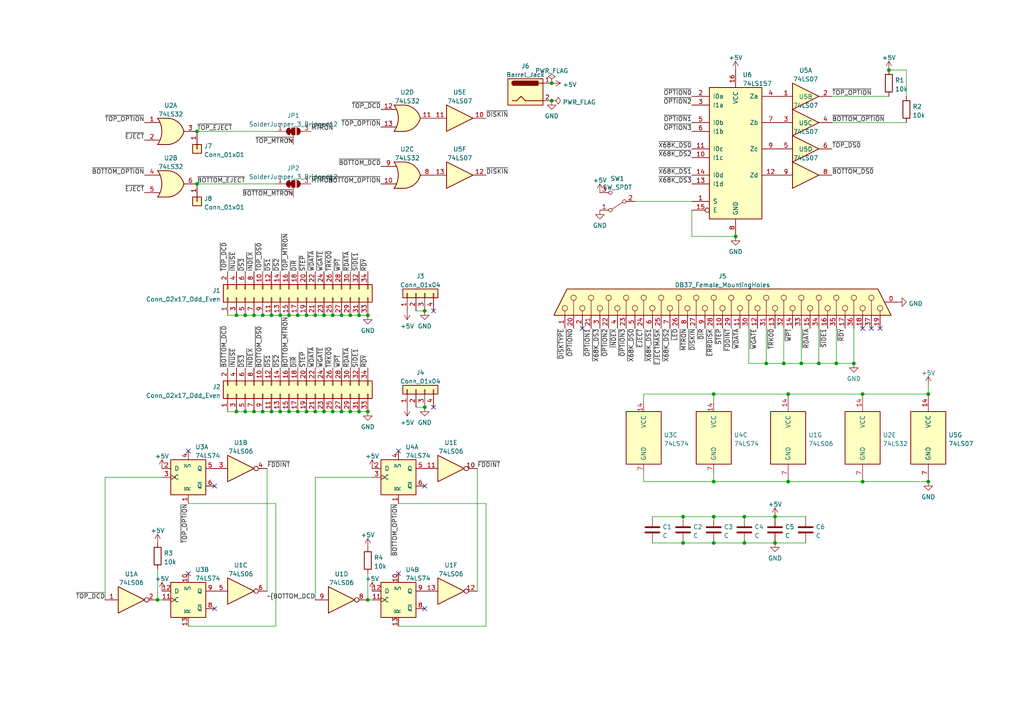
<source format=kicad_sch>
(kicad_sch (version 20211123) (generator eeschema)
  (paper "A4")
  (lib_symbols
    (symbol "74xx:74LS06" (pin_names (offset 1.016))
      (property "Reference" "U" (at 0 1.27 0))
      (property "Value" "74LS06" (at 0 -1.27 0))
      (symbol "74LS06_1_0"
        (pin input line (at -7.62 0 0) (length 3.81) (name "~") (number "1"))
        (pin open_collector inverted (at 7.62 0 180) (length 3.81) (name "~") (number "2"))
      )
      (symbol "74LS06_2_0"
        (pin input line (at -7.62 0 0) (length 3.81) (name "~") (number "3"))
        (pin open_collector inverted (at 7.62 0 180) (length 3.81) (name "~") (number "4"))
      )
      (symbol "74LS06_3_0"
        (pin input line (at -7.62 0 0) (length 3.81) (name "~") (number "5"))
        (pin open_collector inverted (at 7.62 0 180) (length 3.81) (name "~") (number "6"))
      )
      (symbol "74LS06_4_0"
        (pin open_collector inverted (at 7.62 0 180) (length 3.81) (name "~") (number "8"))
        (pin input line (at -7.62 0 0) (length 3.81) (name "~") (number "9"))
      )
      (symbol "74LS06_5_0"
        (pin open_collector inverted (at 7.62 0 180) (length 3.81) (name "~") (number "10"))
        (pin input line (at -7.62 0 0) (length 3.81) (name "~") (number "11"))
      )
      (symbol "74LS06_6_0"
        (pin open_collector inverted (at 7.62 0 180) (length 3.81) (name "~") (number "12"))
        (pin input line (at -7.62 0 0) (length 3.81) (name "~") (number "13"))
      )
      (symbol "74LS06_7_0"
        (pin power_in line (at 0 12.7 270) (length 5.08) (name "VCC") (number "14"))
        (pin power_in line (at 0 -12.7 90) (length 5.08) (name "GND") (number "7"))
      )
    )
    (symbol "74xx:74LS07" (pin_names (offset 1.016))
      (property "Reference" "U" (at 0 1.27 0))
      (property "Value" "74LS07" (at 0 -1.27 0))
      (symbol "74LS07_1_0"
        (pin input line (at -7.62 0 0) (length 3.81) (name "~") (number "1"))
        (pin open_collector line (at 7.62 0 180) (length 3.81) (name "~") (number "2"))
      )
      (symbol "74LS07_2_0"
        (pin input line (at -7.62 0 0) (length 3.81) (name "~") (number "3"))
        (pin open_collector line (at 7.62 0 180) (length 3.81) (name "~") (number "4"))
      )
      (symbol "74LS07_3_0"
        (pin input line (at -7.62 0 0) (length 3.81) (name "~") (number "5"))
        (pin open_collector line (at 7.62 0 180) (length 3.81) (name "~") (number "6"))
      )
      (symbol "74LS07_4_0"
        (pin open_collector line (at 7.62 0 180) (length 3.81) (name "~") (number "8"))
        (pin input line (at -7.62 0 0) (length 3.81) (name "~") (number "9"))
      )
      (symbol "74LS07_5_0"
        (pin open_collector line (at 7.62 0 180) (length 3.81) (name "~") (number "10"))
        (pin input line (at -7.62 0 0) (length 3.81) (name "~") (number "11"))
      )
      (symbol "74LS07_6_0"
        (pin open_collector line (at 7.62 0 180) (length 3.81) (name "~") (number "12"))
        (pin input line (at -7.62 0 0) (length 3.81) (name "~") (number "13"))
      )
      (symbol "74LS07_7_0"
        (pin power_in line (at 0 12.7 270) (length 5.08) (name "VCC") (number "14"))
        (pin power_in line (at 0 -12.7 90) (length 5.08) (name "GND") (number "7"))
      )
    )
    (symbol "74xx:74LS157" (pin_names (offset 1.016))
      (property "Reference" "U" (at -7.62 19.05 0))
      (property "Value" "74LS157" (at -7.62 -21.59 0))
      (symbol "74LS157_1_0"
        (pin input line (at -12.7 -15.24 0) (length 5.08) (name "S") (number "1"))
        (pin input line (at -12.7 -2.54 0) (length 5.08) (name "I1c") (number "10"))
        (pin input line (at -12.7 0 0) (length 5.08) (name "I0c") (number "11"))
        (pin output line (at 12.7 -7.62 180) (length 5.08) (name "Zd") (number "12"))
        (pin input line (at -12.7 -10.16 0) (length 5.08) (name "I1d") (number "13"))
        (pin input line (at -12.7 -7.62 0) (length 5.08) (name "I0d") (number "14"))
        (pin input inverted (at -12.7 -17.78 0) (length 5.08) (name "E") (number "15"))
        (pin power_in line (at 0 22.86 270) (length 5.08) (name "VCC") (number "16"))
        (pin input line (at -12.7 15.24 0) (length 5.08) (name "I0a") (number "2"))
        (pin input line (at -12.7 12.7 0) (length 5.08) (name "I1a") (number "3"))
        (pin output line (at 12.7 15.24 180) (length 5.08) (name "Za") (number "4"))
        (pin input line (at -12.7 7.62 0) (length 5.08) (name "I0b") (number "5"))
        (pin input line (at -12.7 5.08 0) (length 5.08) (name "I1b") (number "6"))
        (pin output line (at 12.7 7.62 180) (length 5.08) (name "Zb") (number "7"))
        (pin power_in line (at 0 -25.4 90) (length 5.08) (name "GND") (number "8"))
        (pin output line (at 12.7 0 180) (length 5.08) (name "Zc") (number "9"))
      )
    )
    (symbol "74xx:74LS32" (pin_names (offset 1.016))
      (property "Reference" "U" (at 0 1.27 0))
      (property "Value" "74LS32" (at 0 -1.27 0))
      (symbol "74LS32_1_1"
        (pin input line (at -7.62 2.54 0) (length 4.318) (name "~") (number "1"))
        (pin input line (at -7.62 -2.54 0) (length 4.318) (name "~") (number "2"))
        (pin output line (at 7.62 0 180) (length 3.81) (name "~") (number "3"))
      )
      (symbol "74LS32_1_2"
        (pin input inverted (at -7.62 2.54 0) (length 3.81) (name "~") (number "1"))
        (pin input inverted (at -7.62 -2.54 0) (length 3.81) (name "~") (number "2"))
        (pin output inverted (at 7.62 0 180) (length 3.81) (name "~") (number "3"))
      )
      (symbol "74LS32_2_1"
        (pin input line (at -7.62 2.54 0) (length 4.318) (name "~") (number "4"))
        (pin input line (at -7.62 -2.54 0) (length 4.318) (name "~") (number "5"))
        (pin output line (at 7.62 0 180) (length 3.81) (name "~") (number "6"))
      )
      (symbol "74LS32_2_2"
        (pin input inverted (at -7.62 2.54 0) (length 3.81) (name "~") (number "4"))
        (pin input inverted (at -7.62 -2.54 0) (length 3.81) (name "~") (number "5"))
        (pin output inverted (at 7.62 0 180) (length 3.81) (name "~") (number "6"))
      )
      (symbol "74LS32_3_1"
        (pin input line (at -7.62 -2.54 0) (length 4.318) (name "~") (number "10"))
        (pin output line (at 7.62 0 180) (length 3.81) (name "~") (number "8"))
        (pin input line (at -7.62 2.54 0) (length 4.318) (name "~") (number "9"))
      )
      (symbol "74LS32_3_2"
        (pin input inverted (at -7.62 -2.54 0) (length 3.81) (name "~") (number "10"))
        (pin output inverted (at 7.62 0 180) (length 3.81) (name "~") (number "8"))
        (pin input inverted (at -7.62 2.54 0) (length 3.81) (name "~") (number "9"))
      )
      (symbol "74LS32_4_1"
        (pin output line (at 7.62 0 180) (length 3.81) (name "~") (number "11"))
        (pin input line (at -7.62 2.54 0) (length 4.318) (name "~") (number "12"))
        (pin input line (at -7.62 -2.54 0) (length 4.318) (name "~") (number "13"))
      )
      (symbol "74LS32_4_2"
        (pin output inverted (at 7.62 0 180) (length 3.81) (name "~") (number "11"))
        (pin input inverted (at -7.62 2.54 0) (length 3.81) (name "~") (number "12"))
        (pin input inverted (at -7.62 -2.54 0) (length 3.81) (name "~") (number "13"))
      )
      (symbol "74LS32_5_0"
        (pin power_in line (at 0 12.7 270) (length 5.08) (name "VCC") (number "14"))
        (pin power_in line (at 0 -12.7 90) (length 5.08) (name "GND") (number "7"))
      )
    )
    (symbol "74xx:74LS74" (pin_names (offset 1.016))
      (property "Reference" "U" (at -7.62 8.89 0))
      (property "Value" "74LS74" (at -7.62 -8.89 0))
      (symbol "74LS74_1_0"
        (pin input line (at 0 -7.62 90) (length 2.54) (name "~{R}") (number "1"))
        (pin input line (at -7.62 2.54 0) (length 2.54) (name "D") (number "2"))
        (pin input clock (at -7.62 0 0) (length 2.54) (name "C") (number "3"))
        (pin input line (at 0 7.62 270) (length 2.54) (name "~{S}") (number "4"))
        (pin output line (at 7.62 2.54 180) (length 2.54) (name "Q") (number "5"))
        (pin output line (at 7.62 -2.54 180) (length 2.54) (name "~{Q}") (number "6"))
      )
      (symbol "74LS74_2_0"
        (pin input line (at 0 7.62 270) (length 2.54) (name "~{S}") (number "10"))
        (pin input clock (at -7.62 0 0) (length 2.54) (name "C") (number "11"))
        (pin input line (at -7.62 2.54 0) (length 2.54) (name "D") (number "12"))
        (pin input line (at 0 -7.62 90) (length 2.54) (name "~{R}") (number "13"))
        (pin output line (at 7.62 -2.54 180) (length 2.54) (name "~{Q}") (number "8"))
        (pin output line (at 7.62 2.54 180) (length 2.54) (name "Q") (number "9"))
      )
      (symbol "74LS74_3_0"
        (pin power_in line (at 0 10.16 270) (length 2.54) (name "VCC") (number "14"))
        (pin power_in line (at 0 -10.16 90) (length 2.54) (name "GND") (number "7"))
      )
    )
    (symbol "Connector:Barrel_Jack" (pin_names (offset 1.016))
      (property "Reference" "J" (at 0 5.334 0))
      (property "Value" "Barrel_Jack" (at 0 -5.08 0))
      (symbol "Barrel_Jack_1_1"
        (pin passive line (at 7.62 2.54 180) (length 2.54) (name "~") (number "1"))
        (pin passive line (at 7.62 -2.54 180) (length 2.54) (name "~") (number "2"))
      )
    )
    (symbol "Connector:DB37_Female_MountingHoles" (pin_names (offset 1.016) hide)
      (property "Reference" "J" (at 0 52.07 0))
      (property "Value" "DB37_Female_MountingHoles" (at 0 50.165 0))
      (symbol "DB37_Female_MountingHoles_1_1"
        (pin passive line (at 0 -50.8 90) (length 3.81) (name "PAD") (number "0"))
        (pin passive line (at -7.62 45.72 0) (length 3.81) (name "1") (number "1"))
        (pin passive line (at -7.62 0 0) (length 3.81) (name "10") (number "10"))
        (pin passive line (at -7.62 -5.08 0) (length 3.81) (name "11") (number "11"))
        (pin passive line (at -7.62 -10.16 0) (length 3.81) (name "12") (number "12"))
        (pin passive line (at -7.62 -15.24 0) (length 3.81) (name "13") (number "13"))
        (pin passive line (at -7.62 -20.32 0) (length 3.81) (name "14") (number "14"))
        (pin passive line (at -7.62 -25.4 0) (length 3.81) (name "15") (number "15"))
        (pin passive line (at -7.62 -30.48 0) (length 3.81) (name "16") (number "16"))
        (pin passive line (at -7.62 -35.56 0) (length 3.81) (name "17") (number "17"))
        (pin passive line (at -7.62 -40.64 0) (length 3.81) (name "18") (number "18"))
        (pin passive line (at -7.62 -45.72 0) (length 3.81) (name "19") (number "19"))
        (pin passive line (at -7.62 40.64 0) (length 3.81) (name "2") (number "2"))
        (pin passive line (at -7.62 43.18 0) (length 3.81) (name "20") (number "20"))
        (pin passive line (at -7.62 38.1 0) (length 3.81) (name "21") (number "21"))
        (pin passive line (at -7.62 33.02 0) (length 3.81) (name "22") (number "22"))
        (pin passive line (at -7.62 27.94 0) (length 3.81) (name "23") (number "23"))
        (pin passive line (at -7.62 22.86 0) (length 3.81) (name "24") (number "24"))
        (pin passive line (at -7.62 17.78 0) (length 3.81) (name "25") (number "25"))
        (pin passive line (at -7.62 12.7 0) (length 3.81) (name "26") (number "26"))
        (pin passive line (at -7.62 7.62 0) (length 3.81) (name "27") (number "27"))
        (pin passive line (at -7.62 2.54 0) (length 3.81) (name "28") (number "28"))
        (pin passive line (at -7.62 -2.54 0) (length 3.81) (name "29") (number "29"))
        (pin passive line (at -7.62 35.56 0) (length 3.81) (name "3") (number "3"))
        (pin passive line (at -7.62 -7.62 0) (length 3.81) (name "30") (number "30"))
        (pin passive line (at -7.62 -12.7 0) (length 3.81) (name "31") (number "31"))
        (pin passive line (at -7.62 -17.78 0) (length 3.81) (name "32") (number "32"))
        (pin passive line (at -7.62 -22.86 0) (length 3.81) (name "33") (number "33"))
        (pin passive line (at -7.62 -27.94 0) (length 3.81) (name "34") (number "34"))
        (pin passive line (at -7.62 -33.02 0) (length 3.81) (name "35") (number "35"))
        (pin passive line (at -7.62 -38.1 0) (length 3.81) (name "36") (number "36"))
        (pin passive line (at -7.62 -43.18 0) (length 3.81) (name "37") (number "37"))
        (pin passive line (at -7.62 30.48 0) (length 3.81) (name "4") (number "4"))
        (pin passive line (at -7.62 25.4 0) (length 3.81) (name "5") (number "5"))
        (pin passive line (at -7.62 20.32 0) (length 3.81) (name "6") (number "6"))
        (pin passive line (at -7.62 15.24 0) (length 3.81) (name "7") (number "7"))
        (pin passive line (at -7.62 10.16 0) (length 3.81) (name "8") (number "8"))
        (pin passive line (at -7.62 5.08 0) (length 3.81) (name "9") (number "9"))
      )
    )
    (symbol "Connector_Generic:Conn_01x01" (pin_names (offset 1.016) hide)
      (property "Reference" "J" (at 0 2.54 0))
      (property "Value" "Conn_01x01" (at 0 -2.54 0))
      (symbol "Conn_01x01_1_1"
        (pin passive line (at -5.08 0 0) (length 3.81) (name "Pin_1") (number "1"))
      )
    )
    (symbol "Connector_Generic:Conn_01x04" (pin_names (offset 1.016) hide)
      (property "Reference" "J" (at 0 5.08 0))
      (property "Value" "Conn_01x04" (at 0 -7.62 0))
      (symbol "Conn_01x04_1_1"
        (pin passive line (at -5.08 2.54 0) (length 3.81) (name "Pin_1") (number "1"))
        (pin passive line (at -5.08 0 0) (length 3.81) (name "Pin_2") (number "2"))
        (pin passive line (at -5.08 -2.54 0) (length 3.81) (name "Pin_3") (number "3"))
        (pin passive line (at -5.08 -5.08 0) (length 3.81) (name "Pin_4") (number "4"))
      )
    )
    (symbol "Connector_Generic:Conn_02x17_Odd_Even" (pin_names (offset 1.016) hide)
      (property "Reference" "J" (at 1.27 22.86 0))
      (property "Value" "Conn_02x17_Odd_Even" (at 1.27 -22.86 0))
      (symbol "Conn_02x17_Odd_Even_1_1"
        (pin passive line (at -5.08 20.32 0) (length 3.81) (name "Pin_1") (number "1"))
        (pin passive line (at 7.62 10.16 180) (length 3.81) (name "Pin_10") (number "10"))
        (pin passive line (at -5.08 7.62 0) (length 3.81) (name "Pin_11") (number "11"))
        (pin passive line (at 7.62 7.62 180) (length 3.81) (name "Pin_12") (number "12"))
        (pin passive line (at -5.08 5.08 0) (length 3.81) (name "Pin_13") (number "13"))
        (pin passive line (at 7.62 5.08 180) (length 3.81) (name "Pin_14") (number "14"))
        (pin passive line (at -5.08 2.54 0) (length 3.81) (name "Pin_15") (number "15"))
        (pin passive line (at 7.62 2.54 180) (length 3.81) (name "Pin_16") (number "16"))
        (pin passive line (at -5.08 0 0) (length 3.81) (name "Pin_17") (number "17"))
        (pin passive line (at 7.62 0 180) (length 3.81) (name "Pin_18") (number "18"))
        (pin passive line (at -5.08 -2.54 0) (length 3.81) (name "Pin_19") (number "19"))
        (pin passive line (at 7.62 20.32 180) (length 3.81) (name "Pin_2") (number "2"))
        (pin passive line (at 7.62 -2.54 180) (length 3.81) (name "Pin_20") (number "20"))
        (pin passive line (at -5.08 -5.08 0) (length 3.81) (name "Pin_21") (number "21"))
        (pin passive line (at 7.62 -5.08 180) (length 3.81) (name "Pin_22") (number "22"))
        (pin passive line (at -5.08 -7.62 0) (length 3.81) (name "Pin_23") (number "23"))
        (pin passive line (at 7.62 -7.62 180) (length 3.81) (name "Pin_24") (number "24"))
        (pin passive line (at -5.08 -10.16 0) (length 3.81) (name "Pin_25") (number "25"))
        (pin passive line (at 7.62 -10.16 180) (length 3.81) (name "Pin_26") (number "26"))
        (pin passive line (at -5.08 -12.7 0) (length 3.81) (name "Pin_27") (number "27"))
        (pin passive line (at 7.62 -12.7 180) (length 3.81) (name "Pin_28") (number "28"))
        (pin passive line (at -5.08 -15.24 0) (length 3.81) (name "Pin_29") (number "29"))
        (pin passive line (at -5.08 17.78 0) (length 3.81) (name "Pin_3") (number "3"))
        (pin passive line (at 7.62 -15.24 180) (length 3.81) (name "Pin_30") (number "30"))
        (pin passive line (at -5.08 -17.78 0) (length 3.81) (name "Pin_31") (number "31"))
        (pin passive line (at 7.62 -17.78 180) (length 3.81) (name "Pin_32") (number "32"))
        (pin passive line (at -5.08 -20.32 0) (length 3.81) (name "Pin_33") (number "33"))
        (pin passive line (at 7.62 -20.32 180) (length 3.81) (name "Pin_34") (number "34"))
        (pin passive line (at 7.62 17.78 180) (length 3.81) (name "Pin_4") (number "4"))
        (pin passive line (at -5.08 15.24 0) (length 3.81) (name "Pin_5") (number "5"))
        (pin passive line (at 7.62 15.24 180) (length 3.81) (name "Pin_6") (number "6"))
        (pin passive line (at -5.08 12.7 0) (length 3.81) (name "Pin_7") (number "7"))
        (pin passive line (at 7.62 12.7 180) (length 3.81) (name "Pin_8") (number "8"))
        (pin passive line (at -5.08 10.16 0) (length 3.81) (name "Pin_9") (number "9"))
      )
    )
    (symbol "Device:C" (pin_numbers hide) (pin_names (offset 0.254))
      (property "Reference" "C" (at 0.635 2.54 0))
      (property "Value" "C" (at 0.635 -2.54 0))
      (symbol "C_1_1"
        (pin passive line (at 0 3.81 270) (length 2.794) (name "~") (number "1"))
        (pin passive line (at 0 -3.81 90) (length 2.794) (name "~") (number "2"))
      )
    )
    (symbol "Device:R" (pin_numbers hide) (pin_names (offset 0))
      (property "Reference" "R" (at 2.032 0 90))
      (property "Value" "R" (at 0 0 90))
      (symbol "R_1_1"
        (pin passive line (at 0 3.81 270) (length 1.27) (name "~") (number "1"))
        (pin passive line (at 0 -3.81 90) (length 1.27) (name "~") (number "2"))
      )
    )
    (symbol "Jumper:SolderJumper_3_Bridged12" (pin_names (offset 0) hide)
      (property "Reference" "JP" (at -2.54 -2.54 0))
      (property "Value" "SolderJumper_3_Bridged12" (at 0 2.794 0))
      (symbol "SolderJumper_3_Bridged12_1_1"
        (pin passive line (at -5.08 0 0) (length 2.54) (name "A") (number "1"))
        (pin passive line (at 0 -3.81 90) (length 2.54) (name "C") (number "2"))
        (pin passive line (at 5.08 0 180) (length 2.54) (name "B") (number "3"))
      )
    )
    (symbol "Switch:SW_SPDT" (pin_names (offset 0) hide)
      (property "Reference" "SW" (at 0 4.318 0))
      (property "Value" "SW_SPDT" (at 0 -5.08 0))
      (symbol "SW_SPDT_1_1"
        (pin passive line (at 5.08 2.54 180) (length 2.54) (name "A") (number "1"))
        (pin passive line (at -5.08 0 0) (length 2.54) (name "B") (number "2"))
        (pin passive line (at 5.08 -2.54 180) (length 2.54) (name "C") (number "3"))
      )
    )
    (symbol "power:+5V" (power) (pin_names (offset 0))
      (property "Value" "+5V" (at 0 3.556 0))
      (symbol "+5V_1_1"
        (pin power_in line (at 0 0 90) (length 0) hide (name "+5V") (number "1"))
      )
    )
    (symbol "power:GND" (power) (pin_names (offset 0))
      (property "Value" "GND" (at 0 -3.81 0))
      (symbol "GND_1_1"
        (pin power_in line (at 0 0 270) (length 0) hide (name "GND") (number "1"))
      )
    )
    (symbol "power:PWR_FLAG" (power) (pin_numbers hide) (pin_names (offset 0) hide)
      (property "Value" "PWR_FLAG" (at 0 3.81 0))
      (symbol "PWR_FLAG_0_0"
        (pin power_out line (at 0 0 90) (length 0) (name "pwr") (number "1"))
      )
    )
  )
  (junction (at 91.44 91.44))
  (junction (at 73.66 119.38))
  (junction (at 78.74 119.38))
  (junction (at 269.24 114.3))
  (junction (at 247.65 105.41))
  (junction (at 86.36 91.44))
  (junction (at 106.68 173.99))
  (junction (at 207.01 139.7))
  (junction (at 224.79 157.48))
  (junction (at 227.33 105.41))
  (junction (at 257.81 20.32))
  (junction (at 228.6 114.3))
  (junction (at 68.58 91.44))
  (junction (at 207.01 157.48))
  (junction (at 228.6 139.7))
  (junction (at 101.6 91.44))
  (junction (at 160.02 29.21))
  (junction (at 123.19 118.11))
  (junction (at 106.68 91.44))
  (junction (at 96.52 119.38))
  (junction (at 101.6 119.38))
  (junction (at 81.28 91.44))
  (junction (at 57.15 53.34))
  (junction (at 215.9 149.86))
  (junction (at 106.68 119.38))
  (junction (at 104.14 91.44))
  (junction (at 78.74 91.44))
  (junction (at 88.9 91.44))
  (junction (at 207.01 114.3))
  (junction (at 198.12 157.48))
  (junction (at 81.28 119.38))
  (junction (at 71.12 91.44))
  (junction (at 232.41 105.41))
  (junction (at 222.25 105.41))
  (junction (at 76.2 91.44))
  (junction (at 73.66 91.44))
  (junction (at 68.58 119.38))
  (junction (at 71.12 119.38))
  (junction (at 160.02 24.13))
  (junction (at 99.06 119.38))
  (junction (at 250.19 114.3))
  (junction (at 242.57 105.41))
  (junction (at 99.06 91.44))
  (junction (at 237.49 105.41))
  (junction (at 207.01 149.86))
  (junction (at 83.82 91.44))
  (junction (at 57.15 38.1))
  (junction (at 45.72 173.99))
  (junction (at 88.9 119.38))
  (junction (at 215.9 157.48))
  (junction (at 93.98 91.44))
  (junction (at 198.12 149.86))
  (junction (at 213.36 68.58))
  (junction (at 91.44 119.38))
  (junction (at 83.82 119.38))
  (junction (at 250.19 139.7))
  (junction (at 224.79 149.86))
  (junction (at 104.14 119.38))
  (junction (at 123.19 90.17))
  (junction (at 96.52 91.44))
  (junction (at 93.98 119.38))
  (junction (at 76.2 119.38))
  (junction (at 269.24 139.7))
  (junction (at 86.36 119.38))
  (no_connect (at 123.19 140.97))
  (no_connect (at 54.61 130.81))
  (no_connect (at 252.73 95.25))
  (no_connect (at 54.61 166.37))
  (no_connect (at 250.19 95.25))
  (no_connect (at 125.73 118.11))
  (no_connect (at 123.19 176.53))
  (no_connect (at 115.57 130.81))
  (no_connect (at 168.91 95.25))
  (no_connect (at 255.27 95.25))
  (no_connect (at 62.23 140.97))
  (no_connect (at 125.73 90.17))
  (no_connect (at 115.57 166.37))
  (no_connect (at 62.23 176.53))
  (wire (pts (xy 241.3 27.94) (xy 257.81 27.94)))
  (wire (pts (xy 81.28 119.38) (xy 83.82 119.38)))
  (wire (pts (xy 99.06 91.44) (xy 101.6 91.44)))
  (wire (pts (xy 30.48 173.99) (xy 30.48 138.43)))
  (wire (pts (xy 232.41 105.41) (xy 232.41 95.25)))
  (wire (pts (xy 106.68 166.37) (xy 106.68 173.99)))
  (wire (pts (xy 83.82 91.44) (xy 86.36 91.44)))
  (wire (pts (xy 93.98 91.44) (xy 96.52 91.44)))
  (wire (pts (xy 207.01 137.16) (xy 207.01 139.7)))
  (wire (pts (xy 207.01 114.3) (xy 207.01 116.84)))
  (wire (pts (xy 104.14 119.38) (xy 106.68 119.38)))
  (wire (pts (xy 228.6 139.7) (xy 250.19 139.7)))
  (wire (pts (xy 66.04 91.44) (xy 68.58 91.44)))
  (wire (pts (xy 106.68 173.99) (xy 107.95 173.99)))
  (wire (pts (xy 227.33 105.41) (xy 227.33 95.25)))
  (wire (pts (xy 99.06 119.38) (xy 101.6 119.38)))
  (wire (pts (xy 78.74 119.38) (xy 81.28 119.38)))
  (wire (pts (xy 215.9 157.48) (xy 224.79 157.48)))
  (wire (pts (xy 189.23 157.48) (xy 198.12 157.48)))
  (wire (pts (xy 71.12 91.44) (xy 73.66 91.44)))
  (wire (pts (xy 262.89 20.32) (xy 262.89 27.94)))
  (wire (pts (xy 198.12 157.48) (xy 207.01 157.48)))
  (wire (pts (xy 88.9 91.44) (xy 91.44 91.44)))
  (wire (pts (xy 247.65 105.41) (xy 247.65 95.25)))
  (wire (pts (xy 57.15 38.1) (xy 80.01 38.1)))
  (wire (pts (xy 186.69 114.3) (xy 186.69 116.84)))
  (wire (pts (xy 200.66 60.96) (xy 200.66 68.58)))
  (wire (pts (xy 54.61 181.61) (xy 80.01 181.61)))
  (wire (pts (xy 68.58 91.44) (xy 71.12 91.44)))
  (wire (pts (xy 86.36 91.44) (xy 88.9 91.44)))
  (wire (pts (xy 242.57 105.41) (xy 247.65 105.41)))
  (wire (pts (xy 101.6 91.44) (xy 104.14 91.44)))
  (wire (pts (xy 217.17 105.41) (xy 222.25 105.41)))
  (wire (pts (xy 83.82 119.38) (xy 86.36 119.38)))
  (wire (pts (xy 96.52 91.44) (xy 99.06 91.44)))
  (wire (pts (xy 91.44 173.99) (xy 91.44 138.43)))
  (wire (pts (xy 140.97 181.61) (xy 140.97 146.05)))
  (wire (pts (xy 237.49 105.41) (xy 242.57 105.41)))
  (wire (pts (xy 96.52 119.38) (xy 99.06 119.38)))
  (wire (pts (xy 138.43 135.89) (xy 138.43 171.45)))
  (wire (pts (xy 224.79 157.48) (xy 233.68 157.48)))
  (wire (pts (xy 78.74 91.44) (xy 81.28 91.44)))
  (wire (pts (xy 66.04 119.38) (xy 68.58 119.38)))
  (wire (pts (xy 207.01 157.48) (xy 215.9 157.48)))
  (wire (pts (xy 217.17 95.25) (xy 217.17 105.41)))
  (wire (pts (xy 228.6 114.3) (xy 207.01 114.3)))
  (wire (pts (xy 227.33 105.41) (xy 232.41 105.41)))
  (wire (pts (xy 207.01 149.86) (xy 215.9 149.86)))
  (wire (pts (xy 269.24 111.76) (xy 269.24 114.3)))
  (wire (pts (xy 45.72 173.99) (xy 46.99 173.99)))
  (wire (pts (xy 250.19 114.3) (xy 269.24 114.3)))
  (wire (pts (xy 222.25 105.41) (xy 227.33 105.41)))
  (wire (pts (xy 71.12 119.38) (xy 73.66 119.38)))
  (wire (pts (xy 120.65 90.17) (xy 123.19 90.17)))
  (wire (pts (xy 120.65 118.11) (xy 123.19 118.11)))
  (wire (pts (xy 222.25 105.41) (xy 222.25 95.25)))
  (wire (pts (xy 237.49 105.41) (xy 237.49 95.25)))
  (wire (pts (xy 257.81 20.32) (xy 262.89 20.32)))
  (wire (pts (xy 91.44 138.43) (xy 107.95 138.43)))
  (wire (pts (xy 77.47 135.89) (xy 77.47 171.45)))
  (wire (pts (xy 184.15 58.42) (xy 200.66 58.42)))
  (wire (pts (xy 241.3 35.56) (xy 262.89 35.56)))
  (wire (pts (xy 80.01 146.05) (xy 54.61 146.05)))
  (wire (pts (xy 242.57 105.41) (xy 242.57 95.25)))
  (wire (pts (xy 91.44 91.44) (xy 93.98 91.44)))
  (wire (pts (xy 215.9 149.86) (xy 224.79 149.86)))
  (wire (pts (xy 140.97 146.05) (xy 115.57 146.05)))
  (wire (pts (xy 30.48 138.43) (xy 46.99 138.43)))
  (wire (pts (xy 189.23 149.86) (xy 198.12 149.86)))
  (wire (pts (xy 207.01 114.3) (xy 186.69 114.3)))
  (wire (pts (xy 101.6 119.38) (xy 104.14 119.38)))
  (wire (pts (xy 81.28 91.44) (xy 83.82 91.44)))
  (wire (pts (xy 76.2 119.38) (xy 78.74 119.38)))
  (wire (pts (xy 91.44 119.38) (xy 93.98 119.38)))
  (wire (pts (xy 228.6 114.3) (xy 250.19 114.3)))
  (wire (pts (xy 224.79 149.86) (xy 233.68 149.86)))
  (wire (pts (xy 88.9 119.38) (xy 91.44 119.38)))
  (wire (pts (xy 76.2 91.44) (xy 78.74 91.44)))
  (wire (pts (xy 73.66 119.38) (xy 76.2 119.38)))
  (wire (pts (xy 115.57 181.61) (xy 140.97 181.61)))
  (wire (pts (xy 198.12 149.86) (xy 207.01 149.86)))
  (wire (pts (xy 207.01 139.7) (xy 228.6 139.7)))
  (wire (pts (xy 232.41 105.41) (xy 237.49 105.41)))
  (wire (pts (xy 80.01 181.61) (xy 80.01 146.05)))
  (wire (pts (xy 186.69 139.7) (xy 207.01 139.7)))
  (wire (pts (xy 93.98 119.38) (xy 96.52 119.38)))
  (wire (pts (xy 68.58 119.38) (xy 71.12 119.38)))
  (wire (pts (xy 213.36 68.58) (xy 200.66 68.58)))
  (wire (pts (xy 45.72 165.1) (xy 45.72 173.99)))
  (wire (pts (xy 250.19 139.7) (xy 269.24 139.7)))
  (wire (pts (xy 73.66 91.44) (xy 76.2 91.44)))
  (wire (pts (xy 57.15 53.34) (xy 80.01 53.34)))
  (wire (pts (xy 86.36 119.38) (xy 88.9 119.38)))
  (wire (pts (xy 186.69 137.16) (xy 186.69 139.7)))
  (wire (pts (xy 104.14 91.44) (xy 106.68 91.44)))
  (label "~{TOP_OPTION}" (at 110.49 36.83 180))
  (label "~{X68K_DS2}" (at 194.31 95.25 270))
  (label "~{BOTTOM_OPTION}" (at 41.91 50.8 180))
  (label "~{RDATA}" (at 234.95 95.25 270))
  (label "~{RDATA}" (at 101.6 106.68 90))
  (label "~{INUSE}" (at 68.58 78.74 90))
  (label "~{BOTTOM_DCD" (at 91.44 173.99 180))
  (label "~{X68K_DS0}" (at 184.15 95.25 270))
  (label "~{TOP_DCD}" (at 110.49 31.75 180))
  (label "~{WPT}" (at 229.87 95.25 270))
  (label "~{OPTION3}" (at 181.61 95.25 270))
  (label "~{DISKIN}" (at 140.97 50.8 0))
  (label "~{WPT}" (at 99.06 78.74 90))
  (label "~{INDEX}" (at 179.07 95.25 270))
  (label "~{OPTION0}" (at 200.66 27.94 180))
  (label "~{DS2}" (at 81.28 78.74 90))
  (label "~{BOTTOM_OPTION}" (at 115.57 146.05 270))
  (label "~{BOTTOM_MTRON}" (at 83.82 106.68 90))
  (label "~{X68K_DS3}" (at 173.99 95.25 270))
  (label "~{X68K_DS3}" (at 200.66 53.34 180))
  (label "~{INDEX}" (at 73.66 78.74 90))
  (label "~{DIR}" (at 86.36 106.68 90))
  (label "~{OPTION0}" (at 166.37 95.25 270))
  (label "~{OPTION2}" (at 200.66 30.48 180))
  (label "~{BOTTOM_DCD}" (at 66.04 106.68 90))
  (label "~{SIDE1}" (at 104.14 78.74 90))
  (label "~{X68K_DS2}" (at 200.66 45.72 180))
  (label "~{WDATA}" (at 91.44 78.74 90))
  (label "~{SIDE1}" (at 240.03 95.25 270))
  (label "~{DS2}" (at 81.28 106.68 90))
  (label "~{INDEX}" (at 73.66 106.68 90))
  (label "~{BOTTOM_OPTION}" (at 110.49 53.34 180))
  (label "~{BOTTOM_OPTION}" (at 241.3 35.56 0))
  (label "~{DS3}" (at 71.12 78.74 90))
  (label "~{TOP_OPTION}" (at 54.61 146.05 270))
  (label "~{X68K_DS1}" (at 189.23 95.25 270))
  (label "~{TOP_MTRON}" (at 85.09 41.91 180))
  (label "~{FDDINT}" (at 138.43 135.89 0))
  (label "~{TOP_DCD}" (at 30.48 173.99 180))
  (label "~{DIR}" (at 86.36 78.74 90))
  (label "~{BOTTOM_DCD}" (at 110.49 48.26 180))
  (label "~{TOP_DCD}" (at 66.04 78.74 90))
  (label "~{FDDINT}" (at 212.09 95.25 270))
  (label "~{MTRON}" (at 90.17 38.1 0))
  (label "~{EJECT}" (at 41.91 55.88 180))
  (label "~{WPT}" (at 99.06 106.68 90))
  (label "~{DISKTYPE}" (at 163.83 95.25 270))
  (label "~{EJECT}" (at 186.69 95.25 270))
  (label "~{WDATA}" (at 214.63 95.25 270))
  (label "~{TOP_OPTION}" (at 241.3 27.94 0))
  (label "~{EJECT}" (at 41.91 40.64 180))
  (label "~{WDATA}" (at 91.44 106.68 90))
  (label "~{RDATA}" (at 101.6 78.74 90))
  (label "~{TOP_DS0}" (at 76.2 78.74 90))
  (label "~{WGATE}" (at 93.98 106.68 90))
  (label "~{TOP_EJECT}" (at 57.15 38.1 0))
  (label "~{MTRON}" (at 90.17 53.34 0))
  (label "~{RDY}" (at 106.68 78.74 90))
  (label "~{DS1}" (at 78.74 78.74 90))
  (label "~{WGATE}" (at 219.71 95.25 270))
  (label "~{EJECTMASK}" (at 191.77 95.25 270))
  (label "~{OPTION2}" (at 176.53 95.25 270))
  (label "~{MTRON}" (at 199.39 95.25 270))
  (label "~{STEP}" (at 209.55 95.25 270))
  (label "~{X68K_DS0}" (at 200.66 43.18 180))
  (label "~{INUSE}" (at 68.58 106.68 90))
  (label "~{RDY}" (at 245.11 95.25 270))
  (label "~{STEP}" (at 88.9 106.68 90))
  (label "~{TOP_OPTION}" (at 41.91 35.56 180))
  (label "~{TOP_DS0}" (at 241.3 43.18 0))
  (label "~{X68K_DS1}" (at 200.66 50.8 180))
  (label "~{LED}" (at 196.85 95.25 270))
  (label "~{DS1}" (at 78.74 106.68 90))
  (label "~{STEP}" (at 88.9 78.74 90))
  (label "~{BOTTOM_DS0}" (at 241.3 50.8 0))
  (label "~{BOTTOM_DS0}" (at 76.2 106.68 90))
  (label "~{DS3}" (at 71.12 106.68 90))
  (label "~{TRK00}" (at 224.79 95.25 270))
  (label "~{DISKIN}" (at 201.93 95.25 270))
  (label "~{DIR}" (at 204.47 95.25 270))
  (label "~{FDDINT}" (at 77.47 135.89 0))
  (label "~{TRK00}" (at 96.52 106.68 90))
  (label "~{OPTION1}" (at 200.66 35.56 180))
  (label "~{SIDE1}" (at 104.14 106.68 90))
  (label "~{RDY}" (at 106.68 106.68 90))
  (label "~{DISKIN}" (at 140.97 34.29 0))
  (label "~{OPTION1}" (at 171.45 95.25 270))
  (label "~{OPTION3}" (at 200.66 38.1 180))
  (label "~{BOTTOM_EJECT}" (at 57.15 53.34 0))
  (label "~{TRK00}" (at 96.52 78.74 90))
  (label "~{TOP_MTRON}" (at 83.82 78.74 90))
  (label "~{ERRDISK}" (at 207.01 95.25 270))
  (label "~{BOTTOM_MTRON}" (at 85.09 57.15 180))
  (label "~{WGATE}" (at 93.98 78.74 90))
  (symbol (lib_id "power:+5V") (at 45.72 157.48 0) (unit 1)
    (property "Reference" "#PWR015" (effects hide))
    (property "Value" "+5V" (at 45.72 153.9042 0))
  )
  (symbol (lib_id "Device:C") (at 233.68 153.67 0) (unit 1)
    (property "Reference" "C6" (at 236.601 152.8353 0) (effects (justify left)))
    (property "Value" "C" (at 236.601 155.3722 0) (effects (justify left)))
    (property "Footprint" "Capacitor_SMD:C_0805_2012Metric_Pad1.18x1.45mm_HandSolder" (effects hide))
    (property "Digikey" "311-1140-1-ND" (effects hide))
  )
  (symbol (lib_id "Connector_Generic:Conn_01x04") (at 120.65 113.03 90) (unit 1)
    (property "Reference" "J4" (at 121.92 108.0602 90))
    (property "Value" "Conn_01x04" (at 121.92 110.5971 90))
    (property "Footprint" "Connector_PinSocket_2.54mm:PinSocket_1x04_P2.54mm_Vertical" (effects hide))
    (property "Digikey" "S7037-ND" (effects hide))
  )
  (symbol (lib_id "Connector_Generic:Conn_01x01") (at 57.15 58.42 270) (unit 1)
    (property "Reference" "J8" (at 59.182 57.5853 90) (effects (justify left)))
    (property "Value" "Conn_01x01" (at 59.182 60.1222 90) (effects (justify left)))
    (property "Footprint" "Connector_PinSocket_2.54mm:PinSocket_1x01_P2.54mm_Vertical" (effects hide))
  )
  (symbol (lib_id "power:+5V") (at 107.95 135.89 0) (unit 1)
    (property "Reference" "#PWR05" (effects hide))
    (property "Value" "+5V" (at 107.95 132.3142 0))
  )
  (symbol (lib_id "74xx:74LS157") (at 213.36 43.18 0) (unit 1)
    (property "Reference" "U6" (at 215.3794 21.7002 0) (effects (justify left)))
    (property "Value" "74LS157" (at 215.3794 24.2371 0) (effects (justify left)))
    (property "Footprint" "Package_SO:SOIC-16_3.9x9.9mm_P1.27mm" (effects hide))
    (property "Datasheet" "http://www.ti.com/lit/gpn/sn74LS157" (effects hide))
    (property "Digikey" "296-14884-1-ND" (effects hide))
  )
  (symbol (lib_id "Device:R") (at 45.72 161.29 0) (unit 1)
    (property "Reference" "R3" (at 47.498 160.4553 0) (effects (justify left)))
    (property "Value" "10k" (at 47.498 162.9922 0) (effects (justify left)))
    (property "Footprint" "Resistor_SMD:R_0805_2012Metric_Pad1.20x1.40mm_HandSolder" (effects hide))
    (property "Digikey" "311-10.0KCRCT-ND" (effects hide))
  )
  (symbol (lib_id "Device:C") (at 224.79 153.67 0) (unit 1)
    (property "Reference" "C5" (at 227.711 152.8353 0) (effects (justify left)))
    (property "Value" "C" (at 227.711 155.3722 0) (effects (justify left)))
    (property "Footprint" "Capacitor_SMD:C_0805_2012Metric_Pad1.18x1.45mm_HandSolder" (effects hide))
    (property "Digikey" "311-1140-1-ND" (effects hide))
  )
  (symbol (lib_id "power:GND") (at 247.65 105.41 0) (unit 1)
    (property "Reference" "#PWR0108" (effects hide))
    (property "Value" "GND" (at 247.65 109.8534 0))
  )
  (symbol (lib_id "power:GND") (at 123.19 118.11 0) (unit 1)
    (property "Reference" "#PWR0102" (effects hide))
    (property "Value" "GND" (at 123.19 122.5534 0))
  )
  (symbol (lib_id "74xx:74LS07") (at 233.68 35.56 0) (unit 2)
    (property "Reference" "U5" (at 233.68 28.0502 0))
    (property "Value" "74LS07" (at 233.68 30.5871 0))
    (property "Footprint" "Package_SO:SOIC-14_3.9x8.7mm_P1.27mm" (effects hide))
    (property "Datasheet" "www.ti.com/lit/ds/symlink/sn74ls07.pdf" (effects hide))
    (property "Digikey" "296-14877-1-ND" (effects hide))
  )
  (symbol (lib_id "power:GND") (at 106.68 119.38 0) (unit 1)
    (property "Reference" "#PWR0103" (effects hide))
    (property "Value" "GND" (at 106.68 123.8234 0))
  )
  (symbol (lib_id "74xx:74LS07") (at 233.68 50.8 0) (unit 4)
    (property "Reference" "U5" (at 233.68 43.2902 0))
    (property "Value" "74LS07" (at 233.68 45.8271 0))
    (property "Footprint" "Package_SO:SOIC-14_3.9x8.7mm_P1.27mm" (effects hide))
    (property "Datasheet" "www.ti.com/lit/ds/symlink/sn74ls07.pdf" (effects hide))
    (property "Digikey" "296-14877-1-ND" (effects hide))
  )
  (symbol (lib_id "power:PWR_FLAG") (at 160.02 29.21 270) (unit 1)
    (property "Reference" "#FLG0102" (effects hide))
    (property "Value" "PWR_FLAG" (at 163.195 29.6438 90) (effects (justify left)))
  )
  (symbol (lib_id "power:+5V") (at 46.99 171.45 0) (unit 1)
    (property "Reference" "#PWR04" (effects hide))
    (property "Value" "+5V" (at 46.99 167.8742 0))
  )
  (symbol (lib_id "74xx:74LS32") (at 250.19 127 0) (unit 5)
    (property "Reference" "U2" (at 256.032 126.1653 0) (effects (justify left)))
    (property "Value" "74LS32" (at 256.032 128.7022 0) (effects (justify left)))
    (property "Footprint" "Package_SO:SOIC-14_3.9x8.7mm_P1.27mm" (effects hide))
    (property "Datasheet" "http://www.ti.com/lit/gpn/sn74LS32" (effects hide))
    (property "Digikey" "296-14891-1-ND" (effects hide))
  )
  (symbol (lib_id "74xx:74LS74") (at 207.01 127 0) (unit 3)
    (property "Reference" "U4" (at 212.852 126.1653 0) (effects (justify left)))
    (property "Value" "74LS74" (at 212.852 128.7022 0) (effects (justify left)))
    (property "Footprint" "Package_SO:SOIC-14_3.9x8.7mm_P1.27mm" (effects hide))
    (property "Datasheet" "74xx/74hc_hct74.pdf" (effects hide))
    (property "Digikey" "296-28880-1-ND" (effects hide))
  )
  (symbol (lib_id "Connector_Generic:Conn_01x04") (at 120.65 85.09 90) (unit 1)
    (property "Reference" "J3" (at 121.92 80.1202 90))
    (property "Value" "Conn_01x04" (at 121.92 82.6571 90))
    (property "Footprint" "Connector_PinSocket_2.54mm:PinSocket_1x04_P2.54mm_Vertical" (effects hide))
    (property "Digikey" "S7037-ND" (effects hide))
  )
  (symbol (lib_id "Jumper:SolderJumper_3_Bridged12") (at 85.09 53.34 0) (unit 1)
    (property "Reference" "JP2" (at 85.09 48.7512 0))
    (property "Value" "SolderJumper_3_Bridged12" (at 85.09 51.2881 0))
    (property "Footprint" "Jumper:SolderJumper-3_P1.3mm_Bridged2Bar12_Pad1.0x1.5mm" (effects hide))
  )
  (symbol (lib_id "74xx:74LS74") (at 115.57 173.99 0) (unit 2)
    (property "Reference" "U4" (at 117.5894 165.2102 0) (effects (justify left)))
    (property "Value" "74LS74" (at 117.5894 167.7471 0) (effects (justify left)))
    (property "Footprint" "Package_SO:SOIC-14_3.9x8.7mm_P1.27mm" (effects hide))
    (property "Datasheet" "74xx/74hc_hct74.pdf" (effects hide))
    (property "Digikey" "296-28880-1-ND" (effects hide))
  )
  (symbol (lib_id "power:GND") (at 160.02 29.21 0) (unit 1)
    (property "Reference" "#PWR02" (effects hide))
    (property "Value" "GND" (at 160.02 33.6534 0))
  )
  (symbol (lib_id "74xx:74LS32") (at 49.53 53.34 0) (unit 2)
    (property "Reference" "U2" (at 49.53 45.8302 0))
    (property "Value" "74LS32" (at 49.53 48.3671 0))
    (property "Footprint" "Package_SO:SOIC-14_3.9x8.7mm_P1.27mm" (effects hide))
    (property "Datasheet" "http://www.ti.com/lit/gpn/sn74LS32" (effects hide))
    (property "Digikey" "296-14891-1-ND" (effects hide))
  )
  (symbol (lib_id "Connector_Generic:Conn_02x17_Odd_Even") (at 86.36 86.36 90) (unit 1)
    (property "Reference" "J1" (at 64.008 84.2553 90) (effects (justify left)))
    (property "Value" "Conn_02x17_Odd_Even" (at 64.008 86.7922 90) (effects (justify left)))
    (property "Footprint" "Connector_PinSocket_2.54mm:PinSocket_2x17_P2.54mm_Vertical" (effects hide))
    (property "Digikey" "S9199-ND" (effects hide))
  )
  (symbol (lib_id "power:+5V") (at 106.68 158.75 0) (unit 1)
    (property "Reference" "#PWR016" (effects hide))
    (property "Value" "+5V" (at 106.68 155.1742 0))
  )
  (symbol (lib_id "74xx:74LS07") (at 133.35 50.8 0) (unit 6)
    (property "Reference" "U5" (at 133.35 43.2902 0))
    (property "Value" "74LS07" (at 133.35 45.8271 0))
    (property "Footprint" "Package_SO:SOIC-14_3.9x8.7mm_P1.27mm" (effects hide))
    (property "Datasheet" "www.ti.com/lit/ds/symlink/sn74ls07.pdf" (effects hide))
    (property "Digikey" "296-14877-1-ND" (effects hide))
  )
  (symbol (lib_id "power:+5V") (at 46.99 135.89 0) (unit 1)
    (property "Reference" "#PWR03" (effects hide))
    (property "Value" "+5V" (at 46.99 132.3142 0))
  )
  (symbol (lib_id "74xx:74LS07") (at 233.68 43.18 0) (unit 3)
    (property "Reference" "U5" (at 233.68 35.6702 0))
    (property "Value" "74LS07" (at 233.68 38.2071 0))
    (property "Footprint" "Package_SO:SOIC-14_3.9x8.7mm_P1.27mm" (effects hide))
    (property "Datasheet" "www.ti.com/lit/ds/symlink/sn74ls07.pdf" (effects hide))
    (property "Digikey" "296-14877-1-ND" (effects hide))
  )
  (symbol (lib_id "74xx:74LS74") (at 115.57 138.43 0) (unit 1)
    (property "Reference" "U4" (at 117.5894 129.6502 0) (effects (justify left)))
    (property "Value" "74LS74" (at 117.5894 132.1871 0) (effects (justify left)))
    (property "Footprint" "Package_SO:SOIC-14_3.9x8.7mm_P1.27mm" (effects hide))
    (property "Datasheet" "74xx/74hc_hct74.pdf" (effects hide))
    (property "Digikey" "296-28880-1-ND" (effects hide))
  )
  (symbol (lib_id "Device:R") (at 106.68 162.56 0) (unit 1)
    (property "Reference" "R4" (at 108.458 161.7253 0) (effects (justify left)))
    (property "Value" "10k" (at 108.458 164.2622 0) (effects (justify left)))
    (property "Footprint" "Resistor_SMD:R_0805_2012Metric_Pad1.20x1.40mm_HandSolder" (effects hide))
    (property "Digikey" "311-10.0KCRCT-ND" (effects hide))
  )
  (symbol (lib_id "74xx:74LS32") (at 49.53 38.1 0) (unit 1)
    (property "Reference" "U2" (at 49.53 30.5902 0))
    (property "Value" "74LS32" (at 49.53 33.1271 0))
    (property "Footprint" "Package_SO:SOIC-14_3.9x8.7mm_P1.27mm" (effects hide))
    (property "Datasheet" "http://www.ti.com/lit/gpn/sn74LS32" (effects hide))
    (property "Digikey" "296-14891-1-ND" (effects hide))
  )
  (symbol (lib_id "power:PWR_FLAG") (at 160.02 24.13 0) (unit 1)
    (property "Reference" "#FLG0101" (effects hide))
    (property "Value" "PWR_FLAG" (at 160.02 20.5542 0))
  )
  (symbol (lib_id "Connector_Generic:Conn_01x01") (at 57.15 43.18 270) (unit 1)
    (property "Reference" "J7" (at 59.182 42.3453 90) (effects (justify left)))
    (property "Value" "Conn_01x01" (at 59.182 44.8822 90) (effects (justify left)))
    (property "Footprint" "Connector_PinSocket_2.54mm:PinSocket_1x01_P2.54mm_Vertical" (effects hide))
  )
  (symbol (lib_id "power:GND") (at 213.36 68.58 0) (unit 1)
    (property "Reference" "#PWR010" (effects hide))
    (property "Value" "GND" (at 213.36 73.0234 0))
  )
  (symbol (lib_id "Device:C") (at 198.12 153.67 0) (unit 1)
    (property "Reference" "C2" (at 201.041 152.8353 0) (effects (justify left)))
    (property "Value" "C" (at 201.041 155.3722 0) (effects (justify left)))
    (property "Footprint" "Capacitor_SMD:C_0805_2012Metric_Pad1.18x1.45mm_HandSolder" (effects hide))
    (property "Digikey" "311-1140-1-ND" (effects hide))
  )
  (symbol (lib_id "power:GND") (at 173.99 60.96 0) (unit 1)
    (property "Reference" "#PWR08" (effects hide))
    (property "Value" "GND" (at 173.99 65.4034 0))
  )
  (symbol (lib_id "74xx:74LS06") (at 130.81 135.89 0) (unit 5)
    (property "Reference" "U1" (at 130.81 128.3802 0))
    (property "Value" "74LS06" (at 130.81 130.9171 0))
    (property "Footprint" "Package_SO:SOIC-14_3.9x8.7mm_P1.27mm" (effects hide))
    (property "Datasheet" "http://www.ti.com/lit/gpn/sn74LS06" (effects hide))
    (property "Digikey" "296-14876-1-ND" (effects hide))
  )
  (symbol (lib_id "power:GND") (at 269.24 139.7 0) (unit 1)
    (property "Reference" "#PWR014" (effects hide))
    (property "Value" "GND" (at 269.24 144.1434 0))
  )
  (symbol (lib_id "power:GND") (at 224.79 157.48 0) (unit 1)
    (property "Reference" "#PWR012" (effects hide))
    (property "Value" "GND" (at 224.79 161.9234 0))
  )
  (symbol (lib_id "74xx:74LS32") (at 118.11 34.29 0) (unit 4)
    (property "Reference" "U2" (at 118.11 26.7802 0))
    (property "Value" "74LS32" (at 118.11 29.3171 0))
    (property "Footprint" "Package_SO:SOIC-14_3.9x8.7mm_P1.27mm" (effects hide))
    (property "Datasheet" "http://www.ti.com/lit/gpn/sn74LS32" (effects hide))
    (property "Digikey" "296-14891-1-ND" (effects hide))
  )
  (symbol (lib_id "power:+5V") (at 269.24 111.76 0) (unit 1)
    (property "Reference" "#PWR013" (effects hide))
    (property "Value" "+5V" (at 269.24 108.1842 0))
  )
  (symbol (lib_id "74xx:74LS74") (at 54.61 138.43 0) (unit 1)
    (property "Reference" "U3" (at 56.6294 129.6502 0) (effects (justify left)))
    (property "Value" "74LS74" (at 56.6294 132.1871 0) (effects (justify left)))
    (property "Footprint" "Package_SO:SOIC-14_3.9x8.7mm_P1.27mm" (effects hide))
    (property "Datasheet" "74xx/74hc_hct74.pdf" (effects hide))
    (property "Digikey" "296-28880-1-ND" (effects hide))
  )
  (symbol (lib_id "power:+5V") (at 107.95 171.45 0) (unit 1)
    (property "Reference" "#PWR06" (effects hide))
    (property "Value" "+5V" (at 107.95 167.8742 0))
  )
  (symbol (lib_id "Connector:Barrel_Jack") (at 152.4 26.67 0) (unit 1)
    (property "Reference" "J6" (at 152.4 19.1602 0))
    (property "Value" "Barrel_Jack" (at 152.4 21.6971 0))
    (property "Footprint" "flux68k:PJ-044AH" (effects hide))
    (property "Digikey" "CP-044AH-ND" (effects hide))
  )
  (symbol (lib_id "power:GND") (at 106.68 91.44 0) (unit 1)
    (property "Reference" "#PWR0104" (effects hide))
    (property "Value" "GND" (at 106.68 95.8834 0))
  )
  (symbol (lib_id "Jumper:SolderJumper_3_Bridged12") (at 85.09 38.1 0) (unit 1)
    (property "Reference" "JP1" (at 85.09 33.5112 0))
    (property "Value" "SolderJumper_3_Bridged12" (at 85.09 36.0481 0))
    (property "Footprint" "Jumper:SolderJumper-3_P1.3mm_Bridged2Bar12_Pad1.0x1.5mm" (effects hide))
  )
  (symbol (lib_id "74xx:74LS74") (at 54.61 173.99 0) (unit 2)
    (property "Reference" "U3" (at 56.6294 165.2102 0) (effects (justify left)))
    (property "Value" "74LS74" (at 56.6294 167.7471 0) (effects (justify left)))
    (property "Footprint" "Package_SO:SOIC-14_3.9x8.7mm_P1.27mm" (effects hide))
    (property "Datasheet" "74xx/74hc_hct74.pdf" (effects hide))
    (property "Digikey" "296-28880-1-ND" (effects hide))
  )
  (symbol (lib_id "power:+5V") (at 257.81 20.32 0) (unit 1)
    (property "Reference" "#PWR0109" (effects hide))
    (property "Value" "+5V" (at 257.81 16.7442 0))
  )
  (symbol (lib_id "74xx:74LS07") (at 233.68 27.94 0) (unit 1)
    (property "Reference" "U5" (at 233.68 20.4302 0))
    (property "Value" "74LS07" (at 233.68 22.9671 0))
    (property "Footprint" "Package_SO:SOIC-14_3.9x8.7mm_P1.27mm" (effects hide))
    (property "Datasheet" "www.ti.com/lit/ds/symlink/sn74ls07.pdf" (effects hide))
    (property "Digikey" "296-14877-1-ND" (effects hide))
  )
  (symbol (lib_id "Switch:SW_SPDT") (at 179.07 58.42 180) (unit 1)
    (property "Reference" "SW1" (at 179.07 51.7992 0))
    (property "Value" "SW_SPDT" (at 179.07 54.3361 0))
    (property "Footprint" "Button_Switch_THT:SW_Slide_1P2T_CK_OS102011MS2Q" (effects hide))
    (property "Digikey" "CKN12284-ND" (effects hide))
  )
  (symbol (lib_id "Device:C") (at 215.9 153.67 0) (unit 1)
    (property "Reference" "C4" (at 218.821 152.8353 0) (effects (justify left)))
    (property "Value" "C" (at 218.821 155.3722 0) (effects (justify left)))
    (property "Footprint" "Capacitor_SMD:C_0805_2012Metric_Pad1.18x1.45mm_HandSolder" (effects hide))
    (property "Digikey" "311-1140-1-ND" (effects hide))
  )
  (symbol (lib_id "74xx:74LS06") (at 38.1 173.99 0) (unit 1)
    (property "Reference" "U1" (at 38.1 166.4802 0))
    (property "Value" "74LS06" (at 38.1 169.0171 0))
    (property "Footprint" "Package_SO:SOIC-14_3.9x8.7mm_P1.27mm" (effects hide))
    (property "Datasheet" "http://www.ti.com/lit/gpn/sn74LS06" (effects hide))
    (property "Digikey" "296-14876-1-ND" (effects hide))
  )
  (symbol (lib_id "power:GND") (at 123.19 90.17 0) (unit 1)
    (property "Reference" "#PWR0105" (effects hide))
    (property "Value" "GND" (at 123.19 94.6134 0))
  )
  (symbol (lib_id "74xx:74LS07") (at 269.24 127 0) (unit 7)
    (property "Reference" "U5" (at 275.082 126.1653 0) (effects (justify left)))
    (property "Value" "74LS07" (at 275.082 128.7022 0) (effects (justify left)))
    (property "Footprint" "Package_SO:SOIC-14_3.9x8.7mm_P1.27mm" (effects hide))
    (property "Datasheet" "www.ti.com/lit/ds/symlink/sn74ls07.pdf" (effects hide))
    (property "Digikey" "296-14877-1-ND" (effects hide))
  )
  (symbol (lib_id "power:+5V") (at 118.11 118.11 180) (unit 1)
    (property "Reference" "#PWR0101" (effects hide))
    (property "Value" "+5V" (at 118.11 122.5534 0))
  )
  (symbol (lib_id "Connector:DB37_Female_MountingHoles") (at 209.55 87.63 90) (unit 1)
    (property "Reference" "J5" (at 209.55 80.1202 90))
    (property "Value" "DB37_Female_MountingHoles" (at 209.55 82.6571 90))
    (property "Footprint" "Connector_Dsub:DSUB-37_Female_Vertical_P2.77x2.84mm_MountingHoles" (effects hide))
    (property "Datasheet" " ~" (effects hide))
    (property "Digikey" "L77SDCH37SOL2-ND" (effects hide))
  )
  (symbol (lib_id "Device:C") (at 189.23 153.67 0) (unit 1)
    (property "Reference" "C1" (at 192.151 152.8353 0) (effects (justify left)))
    (property "Value" "C" (at 192.151 155.3722 0) (effects (justify left)))
    (property "Footprint" "Capacitor_SMD:C_0805_2012Metric_Pad1.18x1.45mm_HandSolder" (effects hide))
    (property "Digikey" "311-1140-1-ND" (effects hide))
  )
  (symbol (lib_id "74xx:74LS06") (at 228.6 127 0) (unit 7)
    (property "Reference" "U1" (at 234.442 126.1653 0) (effects (justify left)))
    (property "Value" "74LS06" (at 234.442 128.7022 0) (effects (justify left)))
    (property "Footprint" "Package_SO:SOIC-14_3.9x8.7mm_P1.27mm" (effects hide))
    (property "Datasheet" "http://www.ti.com/lit/gpn/sn74LS06" (effects hide))
    (property "Digikey" "296-14876-1-ND" (effects hide))
  )
  (symbol (lib_id "power:+5V") (at 118.11 90.17 180) (unit 1)
    (property "Reference" "#PWR0106" (effects hide))
    (property "Value" "+5V" (at 118.11 94.6134 0))
  )
  (symbol (lib_id "power:+5V") (at 160.02 24.13 270) (unit 1)
    (property "Reference" "#PWR01" (effects hide))
    (property "Value" "+5V" (at 163.195 24.5638 90) (effects (justify left)))
  )
  (symbol (lib_id "74xx:74LS74") (at 186.69 127 0) (unit 3)
    (property "Reference" "U3" (at 192.532 126.1653 0) (effects (justify left)))
    (property "Value" "74LS74" (at 192.532 128.7022 0) (effects (justify left)))
    (property "Footprint" "Package_SO:SOIC-14_3.9x8.7mm_P1.27mm" (effects hide))
    (property "Datasheet" "74xx/74hc_hct74.pdf" (effects hide))
    (property "Digikey" "296-28880-1-ND" (effects hide))
  )
  (symbol (lib_id "74xx:74LS06") (at 69.85 171.45 0) (unit 3)
    (property "Reference" "U1" (at 69.85 163.9402 0))
    (property "Value" "74LS06" (at 69.85 166.4771 0))
    (property "Footprint" "Package_SO:SOIC-14_3.9x8.7mm_P1.27mm" (effects hide))
    (property "Datasheet" "http://www.ti.com/lit/gpn/sn74LS06" (effects hide))
    (property "Digikey" "296-14876-1-ND" (effects hide))
  )
  (symbol (lib_id "Connector_Generic:Conn_02x17_Odd_Even") (at 86.36 114.3 90) (unit 1)
    (property "Reference" "J2" (at 64.008 112.1953 90) (effects (justify left)))
    (property "Value" "Conn_02x17_Odd_Even" (at 64.008 114.7322 90) (effects (justify left)))
    (property "Footprint" "Connector_PinSocket_2.54mm:PinSocket_2x17_P2.54mm_Vertical" (effects hide))
    (property "Digikey" "S9199-ND" (effects hide))
  )
  (symbol (lib_id "Device:R") (at 262.89 31.75 0) (unit 1)
    (property "Reference" "R2" (at 264.668 30.9153 0) (effects (justify left)))
    (property "Value" "10k" (at 264.668 33.4522 0) (effects (justify left)))
    (property "Footprint" "Resistor_SMD:R_0805_2012Metric_Pad1.20x1.40mm_HandSolder" (effects hide))
    (property "Digikey" "311-10.0KCRCT-ND" (effects hide))
  )
  (symbol (lib_id "power:+5V") (at 173.99 55.88 0) (unit 1)
    (property "Reference" "#PWR07" (effects hide))
    (property "Value" "+5V" (at 173.99 52.3042 0))
  )
  (symbol (lib_id "power:+5V") (at 224.79 149.86 0) (unit 1)
    (property "Reference" "#PWR011" (effects hide))
    (property "Value" "+5V" (at 224.79 146.2842 0))
  )
  (symbol (lib_id "74xx:74LS06") (at 130.81 171.45 0) (unit 6)
    (property "Reference" "U1" (at 130.81 163.9402 0))
    (property "Value" "74LS06" (at 130.81 166.4771 0))
    (property "Footprint" "Package_SO:SOIC-14_3.9x8.7mm_P1.27mm" (effects hide))
    (property "Datasheet" "http://www.ti.com/lit/gpn/sn74LS06" (effects hide))
    (property "Digikey" "296-14876-1-ND" (effects hide))
  )
  (symbol (lib_id "Device:R") (at 257.81 24.13 0) (unit 1)
    (property "Reference" "R1" (at 259.588 23.2953 0) (effects (justify left)))
    (property "Value" "10k" (at 259.588 25.8322 0) (effects (justify left)))
    (property "Footprint" "Resistor_SMD:R_0805_2012Metric_Pad1.20x1.40mm_HandSolder" (effects hide))
    (property "Digikey" "311-10.0KCRCT-ND" (effects hide))
  )
  (symbol (lib_id "Device:C") (at 207.01 153.67 0) (unit 1)
    (property "Reference" "C3" (at 209.931 152.8353 0) (effects (justify left)))
    (property "Value" "C" (at 209.931 155.3722 0) (effects (justify left)))
    (property "Footprint" "Capacitor_SMD:C_0805_2012Metric_Pad1.18x1.45mm_HandSolder" (effects hide))
    (property "Digikey" "311-1140-1-ND" (effects hide))
  )
  (symbol (lib_id "74xx:74LS07") (at 133.35 34.29 0) (unit 5)
    (property "Reference" "U5" (at 133.35 26.7802 0))
    (property "Value" "74LS07" (at 133.35 29.3171 0))
    (property "Footprint" "Package_SO:SOIC-14_3.9x8.7mm_P1.27mm" (effects hide))
    (property "Datasheet" "www.ti.com/lit/ds/symlink/sn74ls07.pdf" (effects hide))
    (property "Digikey" "296-14877-1-ND" (effects hide))
  )
  (symbol (lib_id "power:+5V") (at 213.36 20.32 0) (unit 1)
    (property "Reference" "#PWR09" (effects hide))
    (property "Value" "+5V" (at 213.36 16.7442 0))
  )
  (symbol (lib_id "74xx:74LS06") (at 99.06 173.99 0) (unit 4)
    (property "Reference" "U1" (at 99.06 166.4802 0))
    (property "Value" "74LS06" (at 99.06 169.0171 0))
    (property "Footprint" "Package_SO:SOIC-14_3.9x8.7mm_P1.27mm" (effects hide))
    (property "Datasheet" "http://www.ti.com/lit/gpn/sn74LS06" (effects hide))
    (property "Digikey" "296-14876-1-ND" (effects hide))
  )
  (symbol (lib_id "74xx:74LS06") (at 69.85 135.89 0) (unit 2)
    (property "Reference" "U1" (at 69.85 128.3802 0))
    (property "Value" "74LS06" (at 69.85 130.9171 0))
    (property "Footprint" "Package_SO:SOIC-14_3.9x8.7mm_P1.27mm" (effects hide))
    (property "Datasheet" "http://www.ti.com/lit/gpn/sn74LS06" (effects hide))
    (property "Digikey" "296-14876-1-ND" (effects hide))
  )
  (symbol (lib_id "74xx:74LS32") (at 118.11 50.8 0) (unit 3)
    (property "Reference" "U2" (at 118.11 43.2902 0))
    (property "Value" "74LS32" (at 118.11 45.8271 0))
    (property "Footprint" "Package_SO:SOIC-14_3.9x8.7mm_P1.27mm" (effects hide))
    (property "Datasheet" "http://www.ti.com/lit/gpn/sn74LS32" (effects hide))
    (property "Digikey" "296-14891-1-ND" (effects hide))
  )
  (symbol (lib_id "power:GND") (at 260.35 87.63 90) (unit 1)
    (property "Reference" "#PWR0107" (effects hide))
    (property "Value" "GND" (at 263.525 88.0638 90) (effects (justify right)))
  )
)
</source>
